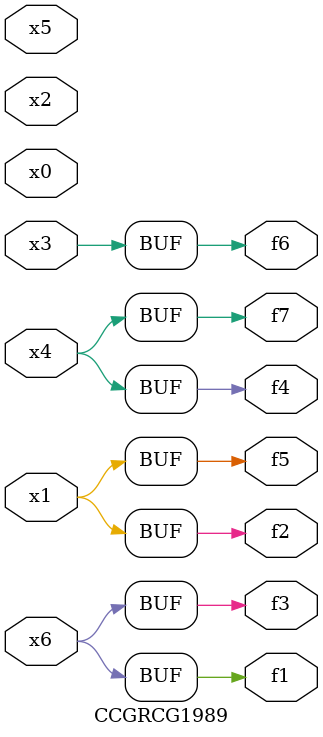
<source format=v>
module CCGRCG1989(
	input x0, x1, x2, x3, x4, x5, x6,
	output f1, f2, f3, f4, f5, f6, f7
);
	assign f1 = x6;
	assign f2 = x1;
	assign f3 = x6;
	assign f4 = x4;
	assign f5 = x1;
	assign f6 = x3;
	assign f7 = x4;
endmodule

</source>
